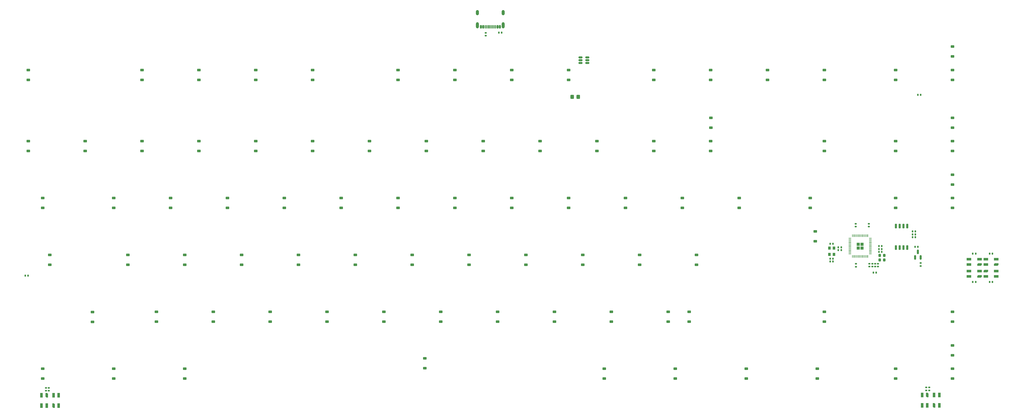
<source format=gbr>
%TF.GenerationSoftware,KiCad,Pcbnew,8.0.1*%
%TF.CreationDate,2025-07-07T19:41:59+09:00*%
%TF.ProjectId,lzIron_RP2040,6c7a4972-6f6e-45f5-9250-323034302e6b,rev?*%
%TF.SameCoordinates,Original*%
%TF.FileFunction,Paste,Top*%
%TF.FilePolarity,Positive*%
%FSLAX46Y46*%
G04 Gerber Fmt 4.6, Leading zero omitted, Abs format (unit mm)*
G04 Created by KiCad (PCBNEW 8.0.1) date 2025-07-07 19:41:59*
%MOMM*%
%LPD*%
G01*
G04 APERTURE LIST*
G04 Aperture macros list*
%AMRoundRect*
0 Rectangle with rounded corners*
0 $1 Rounding radius*
0 $2 $3 $4 $5 $6 $7 $8 $9 X,Y pos of 4 corners*
0 Add a 4 corners polygon primitive as box body*
4,1,4,$2,$3,$4,$5,$6,$7,$8,$9,$2,$3,0*
0 Add four circle primitives for the rounded corners*
1,1,$1+$1,$2,$3*
1,1,$1+$1,$4,$5*
1,1,$1+$1,$6,$7*
1,1,$1+$1,$8,$9*
0 Add four rect primitives between the rounded corners*
20,1,$1+$1,$2,$3,$4,$5,0*
20,1,$1+$1,$4,$5,$6,$7,0*
20,1,$1+$1,$6,$7,$8,$9,0*
20,1,$1+$1,$8,$9,$2,$3,0*%
%AMOutline5P*
0 Free polygon, 5 corners , with rotation*
0 The origin of the aperture is its center*
0 number of corners: always 5*
0 $1 to $10 corner X, Y*
0 $11 Rotation angle, in degrees counterclockwise*
0 create outline with 5 corners*
4,1,5,$1,$2,$3,$4,$5,$6,$7,$8,$9,$10,$1,$2,$11*%
%AMOutline6P*
0 Free polygon, 6 corners , with rotation*
0 The origin of the aperture is its center*
0 number of corners: always 6*
0 $1 to $12 corner X, Y*
0 $13 Rotation angle, in degrees counterclockwise*
0 create outline with 6 corners*
4,1,6,$1,$2,$3,$4,$5,$6,$7,$8,$9,$10,$11,$12,$1,$2,$13*%
%AMOutline7P*
0 Free polygon, 7 corners , with rotation*
0 The origin of the aperture is its center*
0 number of corners: always 7*
0 $1 to $14 corner X, Y*
0 $15 Rotation angle, in degrees counterclockwise*
0 create outline with 7 corners*
4,1,7,$1,$2,$3,$4,$5,$6,$7,$8,$9,$10,$11,$12,$13,$14,$1,$2,$15*%
%AMOutline8P*
0 Free polygon, 8 corners , with rotation*
0 The origin of the aperture is its center*
0 number of corners: always 8*
0 $1 to $16 corner X, Y*
0 $17 Rotation angle, in degrees counterclockwise*
0 create outline with 8 corners*
4,1,8,$1,$2,$3,$4,$5,$6,$7,$8,$9,$10,$11,$12,$13,$14,$15,$16,$1,$2,$17*%
G04 Aperture macros list end*
%ADD10RoundRect,0.140000X-0.140000X-0.170000X0.140000X-0.170000X0.140000X0.170000X-0.140000X0.170000X0*%
%ADD11RoundRect,0.140000X0.170000X-0.140000X0.170000X0.140000X-0.170000X0.140000X-0.170000X-0.140000X0*%
%ADD12RoundRect,0.225000X0.375000X-0.225000X0.375000X0.225000X-0.375000X0.225000X-0.375000X-0.225000X0*%
%ADD13RoundRect,0.140000X0.140000X0.170000X-0.140000X0.170000X-0.140000X-0.170000X0.140000X-0.170000X0*%
%ADD14RoundRect,0.150000X-0.150000X0.650000X-0.150000X-0.650000X0.150000X-0.650000X0.150000X0.650000X0*%
%ADD15R,1.600000X0.850000*%
%ADD16Outline6P,-0.800000X0.085000X-0.460000X0.425000X0.800000X0.425000X0.800000X-0.085000X0.460000X-0.425000X-0.800000X-0.425000X0.000000*%
%ADD17RoundRect,0.250000X-0.325000X-0.450000X0.325000X-0.450000X0.325000X0.450000X-0.325000X0.450000X0*%
%ADD18RoundRect,0.140000X-0.170000X0.140000X-0.170000X-0.140000X0.170000X-0.140000X0.170000X0.140000X0*%
%ADD19R,0.850000X1.600000*%
%ADD20Outline6P,-0.800000X0.085000X-0.460000X0.425000X0.800000X0.425000X0.800000X-0.085000X0.460000X-0.425000X-0.800000X-0.425000X90.000000*%
%ADD21Outline6P,-0.800000X0.085000X-0.460000X0.425000X0.800000X0.425000X0.800000X-0.085000X0.460000X-0.425000X-0.800000X-0.425000X180.000000*%
%ADD22Outline6P,-0.800000X0.085000X-0.460000X0.425000X0.800000X0.425000X0.800000X-0.085000X0.460000X-0.425000X-0.800000X-0.425000X270.000000*%
%ADD23RoundRect,0.225000X-0.225000X-0.250000X0.225000X-0.250000X0.225000X0.250000X-0.225000X0.250000X0*%
%ADD24RoundRect,0.250000X-0.292217X0.292217X-0.292217X-0.292217X0.292217X-0.292217X0.292217X0.292217X0*%
%ADD25RoundRect,0.050000X-0.050000X0.387500X-0.050000X-0.387500X0.050000X-0.387500X0.050000X0.387500X0*%
%ADD26RoundRect,0.050000X-0.387500X0.050000X-0.387500X-0.050000X0.387500X-0.050000X0.387500X0.050000X0*%
%ADD27RoundRect,0.150000X0.150000X-0.587500X0.150000X0.587500X-0.150000X0.587500X-0.150000X-0.587500X0*%
%ADD28RoundRect,0.225000X0.225000X0.250000X-0.225000X0.250000X-0.225000X-0.250000X0.225000X-0.250000X0*%
%ADD29R,0.900000X1.000000*%
%ADD30RoundRect,0.150000X0.150000X0.425000X-0.150000X0.425000X-0.150000X-0.425000X0.150000X-0.425000X0*%
%ADD31RoundRect,0.075000X0.075000X0.500000X-0.075000X0.500000X-0.075000X-0.500000X0.075000X-0.500000X0*%
%ADD32O,1.000000X2.100000*%
%ADD33O,1.000000X1.800000*%
%ADD34RoundRect,0.150000X0.512500X0.150000X-0.512500X0.150000X-0.512500X-0.150000X0.512500X-0.150000X0*%
G04 APERTURE END LIST*
D10*
%TO.C,LC2*%
X317545000Y-118975000D03*
X318505000Y-118975000D03*
%TD*%
D11*
%TO.C,C4*%
X282925000Y-123305000D03*
X282925000Y-122345000D03*
%TD*%
D12*
%TO.C,D74*%
X196412500Y-141787500D03*
X196412500Y-138487500D03*
%TD*%
%TO.C,D31*%
X267850000Y-84637500D03*
X267850000Y-81337500D03*
%TD*%
D13*
%TO.C,C1*%
X287030000Y-117450000D03*
X286070000Y-117450000D03*
%TD*%
D12*
%TO.C,D68*%
X82112500Y-141787500D03*
X82112500Y-138487500D03*
%TD*%
D14*
%TO.C,U2*%
X295605000Y-109750000D03*
X294335000Y-109750000D03*
X293065000Y-109750000D03*
X291795000Y-109750000D03*
X291795000Y-116950000D03*
X293065000Y-116950000D03*
X294335000Y-116950000D03*
X295605000Y-116950000D03*
%TD*%
D12*
%TO.C,D69*%
X101162500Y-141787500D03*
X101162500Y-138487500D03*
%TD*%
%TO.C,D15*%
X310712500Y-60825000D03*
X310712500Y-57525000D03*
%TD*%
%TO.C,D37*%
X48775000Y-103687500D03*
X48775000Y-100387500D03*
%TD*%
%TO.C,D66*%
X44012500Y-141787500D03*
X44012500Y-138487500D03*
%TD*%
D15*
%TO.C,ULED1*%
X316275000Y-124875000D03*
X316275000Y-126625000D03*
D16*
X319775000Y-126625000D03*
D15*
X319775000Y-124875000D03*
%TD*%
D12*
%TO.C,D75*%
X215462500Y-141787500D03*
X215462500Y-138487500D03*
%TD*%
D17*
%TO.C,F1*%
X183300000Y-66500000D03*
X185350000Y-66500000D03*
%TD*%
D18*
%TO.C,C12*%
X285775000Y-122345000D03*
X285775000Y-123305000D03*
%TD*%
D10*
%TO.C,R9*%
X158770000Y-45000000D03*
X159730000Y-45000000D03*
%TD*%
D12*
%TO.C,D20*%
X58300000Y-84637500D03*
X58300000Y-81337500D03*
%TD*%
D10*
%TO.C,LC1*%
X317545000Y-128475000D03*
X318505000Y-128475000D03*
%TD*%
D12*
%TO.C,D88*%
X310712500Y-160837500D03*
X310712500Y-157537500D03*
%TD*%
%TO.C,D84*%
X217843750Y-160837500D03*
X217843750Y-157537500D03*
%TD*%
D19*
%TO.C,ULED8*%
X5525000Y-169900000D03*
X7275000Y-169900000D03*
D20*
X7275000Y-166400000D03*
D19*
X5525000Y-166400000D03*
%TD*%
D13*
%TO.C,C8*%
X298305000Y-113474999D03*
X297345000Y-113474999D03*
%TD*%
D12*
%TO.C,D36*%
X29725000Y-103687500D03*
X29725000Y-100387500D03*
%TD*%
%TO.C,D34*%
X310712500Y-76800000D03*
X310712500Y-73500000D03*
%TD*%
%TO.C,D52*%
X8293750Y-122737500D03*
X8293750Y-119437500D03*
%TD*%
D19*
%TO.C,ULED6*%
X300550000Y-169825000D03*
X302300000Y-169825000D03*
D20*
X302300000Y-166325000D03*
D19*
X300550000Y-166325000D03*
%TD*%
D12*
%TO.C,D38*%
X67825000Y-103687500D03*
X67825000Y-100387500D03*
%TD*%
D11*
%TO.C,C3*%
X283875000Y-123305000D03*
X283875000Y-122345000D03*
%TD*%
D12*
%TO.C,D58*%
X129737500Y-122737500D03*
X129737500Y-119437500D03*
%TD*%
D10*
%TO.C,C7*%
X272495000Y-116875000D03*
X273455000Y-116875000D03*
%TD*%
D11*
%TO.C,C5*%
X278400000Y-123380000D03*
X278400000Y-122420000D03*
%TD*%
D12*
%TO.C,D11*%
X229750000Y-60825000D03*
X229750000Y-57525000D03*
%TD*%
%TO.C,D83*%
X194031250Y-160837500D03*
X194031250Y-157537500D03*
%TD*%
%TO.C,D2*%
X39250000Y-60825000D03*
X39250000Y-57525000D03*
%TD*%
%TO.C,D46*%
X220225000Y-103687500D03*
X220225000Y-100387500D03*
%TD*%
D10*
%TO.C,C16*%
X269770000Y-120675000D03*
X270730000Y-120675000D03*
%TD*%
D18*
%TO.C,C6*%
X278350000Y-108994999D03*
X278350000Y-109954999D03*
%TD*%
D12*
%TO.C,D9*%
X182125000Y-60825000D03*
X182125000Y-57525000D03*
%TD*%
D18*
%TO.C,C17*%
X282750000Y-108995000D03*
X282750000Y-109955000D03*
%TD*%
D12*
%TO.C,D63*%
X224987500Y-122737500D03*
X224987500Y-119437500D03*
%TD*%
%TO.C,D4*%
X77350000Y-60825000D03*
X77350000Y-57525000D03*
%TD*%
%TO.C,D43*%
X163075000Y-103687500D03*
X163075000Y-100387500D03*
%TD*%
%TO.C,D85*%
X241656250Y-160837500D03*
X241656250Y-157537500D03*
%TD*%
D15*
%TO.C,ULED2*%
X316275000Y-120850000D03*
X316275000Y-122600000D03*
D16*
X319775000Y-122600000D03*
D15*
X319775000Y-120850000D03*
%TD*%
D12*
%TO.C,D89*%
X310712500Y-153000000D03*
X310712500Y-149700000D03*
%TD*%
%TO.C,D3*%
X58300000Y-60825000D03*
X58300000Y-57525000D03*
%TD*%
%TO.C,D6*%
X124975000Y-60825000D03*
X124975000Y-57525000D03*
%TD*%
D13*
%TO.C,R6*%
X270730000Y-121625000D03*
X269770000Y-121625000D03*
%TD*%
D12*
%TO.C,D18*%
X20200000Y-84637500D03*
X20200000Y-81337500D03*
%TD*%
%TO.C,D47*%
X239275000Y-103687500D03*
X239275000Y-100387500D03*
%TD*%
%TO.C,D82*%
X133950000Y-157350000D03*
X133950000Y-154050000D03*
%TD*%
D13*
%TO.C,R4*%
X298305000Y-111577096D03*
X297345000Y-111577096D03*
%TD*%
D12*
%TO.C,D27*%
X191650000Y-84637500D03*
X191650000Y-81337500D03*
%TD*%
%TO.C,D19*%
X39250000Y-84637500D03*
X39250000Y-81337500D03*
%TD*%
D15*
%TO.C,ULED4*%
X325425000Y-126625000D03*
X325425000Y-124875000D03*
D21*
X321925000Y-124875000D03*
D15*
X321925000Y-126625000D03*
%TD*%
D19*
%TO.C,ULED5*%
X306325000Y-166325000D03*
X304575000Y-166325000D03*
D22*
X304575000Y-169825000D03*
D19*
X306325000Y-169825000D03*
%TD*%
D12*
%TO.C,D42*%
X144025000Y-103687500D03*
X144025000Y-100387500D03*
%TD*%
%TO.C,D25*%
X153550000Y-84637500D03*
X153550000Y-81337500D03*
%TD*%
D10*
%TO.C,LC3*%
X323195000Y-118975000D03*
X324155000Y-118975000D03*
%TD*%
D12*
%TO.C,D56*%
X91637500Y-122737500D03*
X91637500Y-119437500D03*
%TD*%
D13*
%TO.C,R5*%
X300080000Y-65800000D03*
X299120000Y-65800000D03*
%TD*%
D12*
%TO.C,D59*%
X148787500Y-122737500D03*
X148787500Y-119437500D03*
%TD*%
%TO.C,D50*%
X310712500Y-103687500D03*
X310712500Y-100387500D03*
%TD*%
%TO.C,D53*%
X34487500Y-122737500D03*
X34487500Y-119437500D03*
%TD*%
%TO.C,D10*%
X210700000Y-60825000D03*
X210700000Y-57525000D03*
%TD*%
D18*
%TO.C,C9*%
X284825000Y-122345000D03*
X284825000Y-123305000D03*
%TD*%
%TO.C,LC7*%
X7975000Y-163945000D03*
X7975000Y-164905000D03*
%TD*%
D23*
%TO.C,R2*%
X286350000Y-121125000D03*
X287900000Y-121125000D03*
%TD*%
D10*
%TO.C,R8*%
X75000Y-126325000D03*
X1035000Y-126325000D03*
%TD*%
D12*
%TO.C,D29*%
X229750000Y-84637500D03*
X229750000Y-81337500D03*
%TD*%
%TO.C,D78*%
X310712500Y-141787500D03*
X310712500Y-138487500D03*
%TD*%
%TO.C,D45*%
X201175000Y-103687500D03*
X201175000Y-100387500D03*
%TD*%
%TO.C,D26*%
X172600000Y-84637500D03*
X172600000Y-81337500D03*
%TD*%
D13*
%TO.C,R3*%
X298305000Y-112525000D03*
X297345000Y-112525000D03*
%TD*%
%TO.C,C13*%
X299130000Y-116700000D03*
X298170000Y-116700000D03*
%TD*%
D12*
%TO.C,D86*%
X265468750Y-160837500D03*
X265468750Y-157537500D03*
%TD*%
%TO.C,D65*%
X22650000Y-141825000D03*
X22650000Y-138525000D03*
%TD*%
%TO.C,D40*%
X105925000Y-103687500D03*
X105925000Y-100387500D03*
%TD*%
%TO.C,D73*%
X177362500Y-141787500D03*
X177362500Y-138487500D03*
%TD*%
D24*
%TO.C,U3*%
X280450000Y-115825000D03*
X279175000Y-115825000D03*
X280450000Y-117100000D03*
X279175000Y-117100000D03*
D25*
X282412500Y-113025000D03*
X282012499Y-113025000D03*
X281612500Y-113025000D03*
X281212500Y-113025000D03*
X280812500Y-113025000D03*
X280412501Y-113025000D03*
X280012500Y-113025000D03*
X279612500Y-113025000D03*
X279212499Y-113025000D03*
X278812500Y-113025000D03*
X278412500Y-113025000D03*
X278012500Y-113025000D03*
X277612501Y-113025000D03*
X277212500Y-113025000D03*
D26*
X276375000Y-113862500D03*
X276375000Y-114262501D03*
X276375000Y-114662500D03*
X276375000Y-115062500D03*
X276375000Y-115462500D03*
X276375000Y-115862499D03*
X276375000Y-116262500D03*
X276375000Y-116662500D03*
X276375000Y-117062501D03*
X276375000Y-117462500D03*
X276375000Y-117862500D03*
X276375000Y-118262500D03*
X276375000Y-118662499D03*
X276375000Y-119062500D03*
D25*
X277212500Y-119900000D03*
X277612501Y-119900000D03*
X278012500Y-119900000D03*
X278412500Y-119900000D03*
X278812500Y-119900000D03*
X279212499Y-119900000D03*
X279612500Y-119900000D03*
X280012500Y-119900000D03*
X280412501Y-119900000D03*
X280812500Y-119900000D03*
X281212500Y-119900000D03*
X281612500Y-119900000D03*
X282012499Y-119900000D03*
X282412500Y-119900000D03*
D26*
X283250000Y-119062500D03*
X283250000Y-118662499D03*
X283250000Y-118262500D03*
X283250000Y-117862500D03*
X283250000Y-117462500D03*
X283250000Y-117062501D03*
X283250000Y-116662500D03*
X283250000Y-116262500D03*
X283250000Y-115862499D03*
X283250000Y-115462500D03*
X283250000Y-115062500D03*
X283250000Y-114662500D03*
X283250000Y-114262501D03*
X283250000Y-113862500D03*
%TD*%
D12*
%TO.C,D51*%
X310712500Y-95850000D03*
X310712500Y-92550000D03*
%TD*%
D19*
%TO.C,ULED7*%
X11300000Y-166400000D03*
X9550000Y-166400000D03*
D22*
X9550000Y-169900000D03*
D19*
X11300000Y-169900000D03*
%TD*%
D12*
%TO.C,D64*%
X264800000Y-114875000D03*
X264800000Y-111575000D03*
%TD*%
D27*
%TO.C,U1*%
X298209619Y-120277881D03*
X300109619Y-120277881D03*
X299159619Y-118402880D03*
%TD*%
D12*
%TO.C,D23*%
X115450000Y-84637500D03*
X115450000Y-81337500D03*
%TD*%
%TO.C,D87*%
X291662500Y-160837500D03*
X291662500Y-157537500D03*
%TD*%
%TO.C,D12*%
X248800000Y-60825000D03*
X248800000Y-57525000D03*
%TD*%
%TO.C,D44*%
X182125000Y-103687500D03*
X182125000Y-100387500D03*
%TD*%
%TO.C,D57*%
X110687500Y-122737500D03*
X110687500Y-119437500D03*
%TD*%
%TO.C,D76*%
X222500000Y-141787500D03*
X222500000Y-138487500D03*
%TD*%
%TO.C,D80*%
X29725000Y-160837500D03*
X29725000Y-157537500D03*
%TD*%
D13*
%TO.C,LC4*%
X324155000Y-128475000D03*
X323195000Y-128475000D03*
%TD*%
D12*
%TO.C,D32*%
X291662500Y-84637500D03*
X291662500Y-81337500D03*
%TD*%
D28*
%TO.C,R1*%
X287900000Y-119625000D03*
X286350000Y-119625000D03*
%TD*%
D13*
%TO.C,C2*%
X287035000Y-118400000D03*
X286075000Y-118400000D03*
%TD*%
D18*
%TO.C,LC8*%
X7020000Y-163945000D03*
X7020000Y-164905000D03*
%TD*%
%TO.C,R10*%
X154325000Y-45045000D03*
X154325000Y-46005000D03*
%TD*%
D29*
%TO.C,Y1*%
X269475000Y-117125000D03*
X269475000Y-119275000D03*
X271025000Y-119275000D03*
X271025000Y-117125000D03*
%TD*%
D13*
%TO.C,R11*%
X285205000Y-125350000D03*
X284245000Y-125350000D03*
%TD*%
D12*
%TO.C,D79*%
X5912500Y-160837500D03*
X5912500Y-157537500D03*
%TD*%
%TO.C,D60*%
X167837500Y-122737500D03*
X167837500Y-119437500D03*
%TD*%
%TO.C,D33*%
X310712500Y-84637500D03*
X310712500Y-81337500D03*
%TD*%
%TO.C,D24*%
X134500000Y-84637500D03*
X134500000Y-81337500D03*
%TD*%
%TO.C,D81*%
X53537500Y-160837500D03*
X53537500Y-157537500D03*
%TD*%
%TO.C,D41*%
X124975000Y-103687500D03*
X124975000Y-100387500D03*
%TD*%
%TO.C,D5*%
X96400000Y-60825000D03*
X96400000Y-57525000D03*
%TD*%
%TO.C,D14*%
X291662500Y-60825000D03*
X291662500Y-57525000D03*
%TD*%
%TO.C,D71*%
X139262500Y-141787500D03*
X139262500Y-138487500D03*
%TD*%
D15*
%TO.C,ULED3*%
X321925000Y-120850000D03*
X321925000Y-122600000D03*
D16*
X325425000Y-122600000D03*
D15*
X325425000Y-120850000D03*
%TD*%
D12*
%TO.C,D7*%
X144025000Y-60825000D03*
X144025000Y-57525000D03*
%TD*%
%TO.C,D70*%
X120212500Y-141787500D03*
X120212500Y-138487500D03*
%TD*%
D30*
%TO.C,J1*%
X159125000Y-43090000D03*
X158325000Y-43090000D03*
D31*
X157175000Y-43089999D03*
X156175000Y-43090000D03*
X155675000Y-43090000D03*
X154675000Y-43089999D03*
D30*
X153525000Y-43090000D03*
X152725000Y-43090000D03*
X152725000Y-43090000D03*
X153525000Y-43090000D03*
D31*
X154175000Y-43090000D03*
X155175000Y-43090000D03*
X156675000Y-43090000D03*
X157675000Y-43090000D03*
D30*
X158325000Y-43090000D03*
X159125000Y-43090000D03*
D32*
X160245000Y-42515000D03*
D33*
X160245000Y-38335000D03*
D32*
X151605000Y-42515000D03*
D33*
X151605000Y-38335000D03*
%TD*%
D18*
%TO.C,LC6*%
X301975000Y-163820000D03*
X301975000Y-164780000D03*
%TD*%
D34*
%TO.C,U4*%
X188387500Y-55199999D03*
X188387500Y-54250000D03*
X188387500Y-53300001D03*
X186112500Y-53300001D03*
X186112500Y-54250000D03*
X186112500Y-55199999D03*
%TD*%
D18*
%TO.C,LC5*%
X302925000Y-163820000D03*
X302925000Y-164780000D03*
%TD*%
D12*
%TO.C,D28*%
X210700000Y-84637500D03*
X210700000Y-81337500D03*
%TD*%
%TO.C,D8*%
X163075000Y-60825000D03*
X163075000Y-57525000D03*
%TD*%
%TO.C,D16*%
X310712500Y-52987500D03*
X310712500Y-49687500D03*
%TD*%
D18*
%TO.C,C14*%
X300109619Y-122172882D03*
X300109619Y-123132882D03*
%TD*%
D12*
%TO.C,D13*%
X267850000Y-60825000D03*
X267850000Y-57525000D03*
%TD*%
%TO.C,D55*%
X72587500Y-122737500D03*
X72587500Y-119437500D03*
%TD*%
%TO.C,D30*%
X229775000Y-76875000D03*
X229775000Y-73575000D03*
%TD*%
D10*
%TO.C,C10*%
X286070000Y-116500000D03*
X287030000Y-116500000D03*
%TD*%
D13*
%TO.C,C11*%
X273455000Y-117825000D03*
X272495000Y-117825000D03*
%TD*%
D12*
%TO.C,D48*%
X263087500Y-103687500D03*
X263087500Y-100387500D03*
%TD*%
%TO.C,D77*%
X267850000Y-141787500D03*
X267850000Y-138487500D03*
%TD*%
%TO.C,D17*%
X1150000Y-84637500D03*
X1150000Y-81337500D03*
%TD*%
%TO.C,D49*%
X291662500Y-103687500D03*
X291662500Y-100387500D03*
%TD*%
%TO.C,D35*%
X5912500Y-103687500D03*
X5912500Y-100387500D03*
%TD*%
%TO.C,D22*%
X96400000Y-84637500D03*
X96400000Y-81337500D03*
%TD*%
%TO.C,D21*%
X77350000Y-84637500D03*
X77350000Y-81337500D03*
%TD*%
%TO.C,D54*%
X53537500Y-122737500D03*
X53537500Y-119437500D03*
%TD*%
%TO.C,D1*%
X1150000Y-60825000D03*
X1150000Y-57525000D03*
%TD*%
%TO.C,D61*%
X186887500Y-122737500D03*
X186887500Y-119437500D03*
%TD*%
%TO.C,D72*%
X158312500Y-141787500D03*
X158312500Y-138487500D03*
%TD*%
D13*
%TO.C,C15*%
X270730000Y-115725000D03*
X269770000Y-115725000D03*
%TD*%
D12*
%TO.C,D67*%
X63062500Y-141787500D03*
X63062500Y-138487500D03*
%TD*%
%TO.C,D39*%
X86875000Y-103687500D03*
X86875000Y-100387500D03*
%TD*%
%TO.C,D62*%
X205937500Y-122737500D03*
X205937500Y-119437500D03*
%TD*%
M02*

</source>
